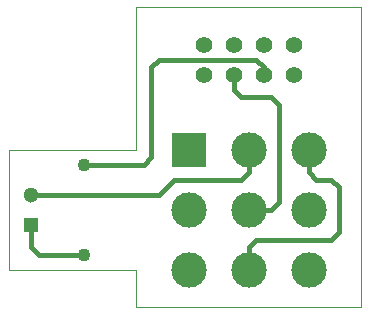
<source format=gtl>
G75*
%MOIN*%
%OFA0B0*%
%FSLAX25Y25*%
%IPPOS*%
%LPD*%
%AMOC8*
5,1,8,0,0,1.08239X$1,22.5*
%
%ADD10C,0.00000*%
%ADD11C,0.05512*%
%ADD12R,0.11811X0.11811*%
%ADD13C,0.11811*%
%ADD14C,0.04331*%
%ADD15C,0.05118*%
%ADD16R,0.05118X0.05118*%
%ADD17C,0.01600*%
D10*
X0001000Y0013500D02*
X0043500Y0013500D01*
X0043500Y0001000D01*
X0118421Y0001000D01*
X0118421Y0100951D01*
X0118500Y0101000D02*
X0043500Y0101000D01*
X0043500Y0053500D01*
X0001000Y0053500D01*
X0001000Y0013500D01*
D11*
X0066000Y0078500D03*
X0076000Y0078500D03*
X0086000Y0078500D03*
X0096000Y0078500D03*
X0096000Y0088500D03*
X0086000Y0088500D03*
X0076000Y0088500D03*
X0066000Y0088500D03*
D12*
X0061000Y0053500D03*
D13*
X0081000Y0053500D03*
X0101000Y0053500D03*
X0101000Y0033500D03*
X0081000Y0033500D03*
X0061000Y0033500D03*
X0061000Y0013500D03*
X0081000Y0013500D03*
X0101000Y0013500D03*
D14*
X0026000Y0018500D03*
X0026000Y0048500D03*
D15*
X0008500Y0038500D03*
D16*
X0008500Y0028500D03*
D17*
X0008500Y0021000D01*
X0011000Y0018500D01*
X0026000Y0018500D01*
X0008500Y0038500D02*
X0051000Y0038500D01*
X0056000Y0043500D01*
X0078500Y0043500D01*
X0081000Y0046000D01*
X0081000Y0053500D01*
X0091000Y0068500D02*
X0088500Y0071000D01*
X0078500Y0071000D01*
X0076000Y0073500D01*
X0076000Y0078500D01*
X0083500Y0083500D02*
X0051000Y0083500D01*
X0048500Y0081000D01*
X0048500Y0051000D01*
X0046000Y0048500D01*
X0026000Y0048500D01*
X0081000Y0033500D02*
X0088500Y0033500D01*
X0091000Y0036000D01*
X0091000Y0068500D01*
X0086000Y0078500D02*
X0086000Y0081000D01*
X0083500Y0083500D01*
X0101000Y0053500D02*
X0101000Y0046000D01*
X0103500Y0043500D01*
X0108500Y0043500D01*
X0111000Y0041000D01*
X0111000Y0026000D01*
X0108500Y0023500D01*
X0083500Y0023500D01*
X0081000Y0021000D01*
X0081000Y0013500D01*
M02*

</source>
